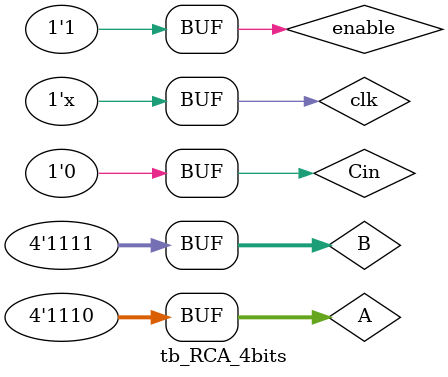
<source format=v>
`timescale 1ns / 1ps

module tb_RCA_4bits;
   reg clk;
   reg enable;
   reg [3:0] A,B;
   reg Cin;
   wire [4:0] Q;
   //reg [4:0] Q_1;
    
   CLA_4bits u1(
        .clk(clk),
        .enable(enable),
        .A(A),
        .B(B),
        .Cin(Cin),
        .Q(Q)
   );
   
   
   initial begin
   clk = 0;
   enable = 1;
   
   
   #20
   A = 0;
   B = 0;
   Cin = 0;
  
   
   #20
   A = 4'b0000;
   B = 4'b0101;
   Cin = 0;
   
   #20
   A = 4'b0101;
   B = 4'b0111;
   Cin = 0;
   
   #20
   A = 4'b1000;
   B = 4'b0111;
   Cin = 1;
   
   #20
   A = 4'b1001;
   B = 4'b0100;
   Cin = 0;
   
   #20
   A = 4'b1000;
   B = 4'b1000;
   Cin = 1;
   
   #20
   A = 4'b1101;
   B = 4'b1010;
   Cin = 1;
   
   #20
   A = 4'b1110;
   B = 4'b1111;
   Cin = 0;
      
   end   
   
      
   always 
   #5 clk = ~clk; 
endmodule

</source>
